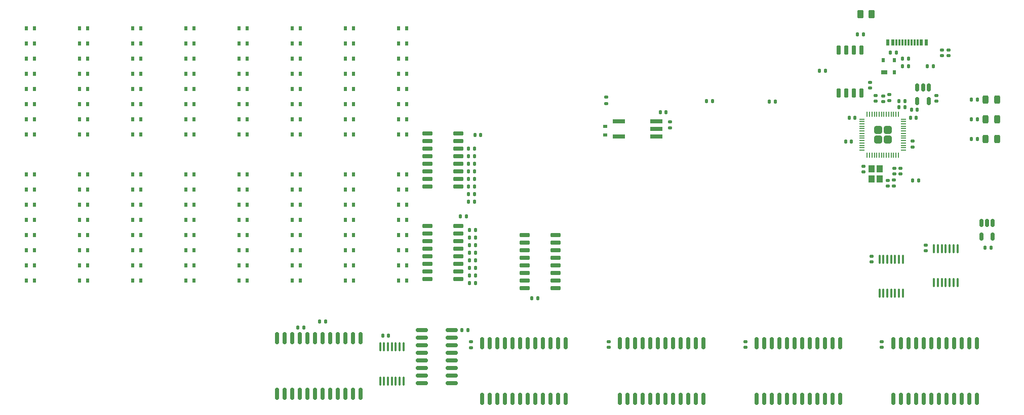
<source format=gtp>
G04 #@! TF.GenerationSoftware,KiCad,Pcbnew,6.0.9*
G04 #@! TF.CreationDate,2022-11-14T17:03:07+01:00*
G04 #@! TF.ProjectId,OpenDeck-r3.1.0,4f70656e-4465-4636-9b2d-72332e312e30,rev?*
G04 #@! TF.SameCoordinates,Original*
G04 #@! TF.FileFunction,Paste,Top*
G04 #@! TF.FilePolarity,Positive*
%FSLAX46Y46*%
G04 Gerber Fmt 4.6, Leading zero omitted, Abs format (unit mm)*
G04 Created by KiCad (PCBNEW 6.0.9) date 2022-11-14 17:03:07*
%MOMM*%
%LPD*%
G01*
G04 APERTURE LIST*
G04 Aperture macros list*
%AMRoundRect*
0 Rectangle with rounded corners*
0 $1 Rounding radius*
0 $2 $3 $4 $5 $6 $7 $8 $9 X,Y pos of 4 corners*
0 Add a 4 corners polygon primitive as box body*
4,1,4,$2,$3,$4,$5,$6,$7,$8,$9,$2,$3,0*
0 Add four circle primitives for the rounded corners*
1,1,$1+$1,$2,$3*
1,1,$1+$1,$4,$5*
1,1,$1+$1,$6,$7*
1,1,$1+$1,$8,$9*
0 Add four rect primitives between the rounded corners*
20,1,$1+$1,$2,$3,$4,$5,0*
20,1,$1+$1,$4,$5,$6,$7,0*
20,1,$1+$1,$6,$7,$8,$9,0*
20,1,$1+$1,$8,$9,$2,$3,0*%
G04 Aperture macros list end*
%ADD10R,2.000000X0.640000*%
%ADD11R,0.600000X0.700000*%
%ADD12RoundRect,0.140000X0.170000X-0.140000X0.170000X0.140000X-0.170000X0.140000X-0.170000X-0.140000X0*%
%ADD13RoundRect,0.243750X0.243750X0.456250X-0.243750X0.456250X-0.243750X-0.456250X0.243750X-0.456250X0*%
%ADD14RoundRect,0.135000X-0.135000X-0.185000X0.135000X-0.185000X0.135000X0.185000X-0.135000X0.185000X0*%
%ADD15RoundRect,0.140000X0.140000X0.170000X-0.140000X0.170000X-0.140000X-0.170000X0.140000X-0.170000X0*%
%ADD16RoundRect,0.135000X-0.185000X0.135000X-0.185000X-0.135000X0.185000X-0.135000X0.185000X0.135000X0*%
%ADD17RoundRect,0.140000X-0.140000X-0.170000X0.140000X-0.170000X0.140000X0.170000X-0.140000X0.170000X0*%
%ADD18RoundRect,0.140000X-0.170000X0.140000X-0.170000X-0.140000X0.170000X-0.140000X0.170000X0.140000X0*%
%ADD19RoundRect,0.150000X-0.150000X0.650000X-0.150000X-0.650000X0.150000X-0.650000X0.150000X0.650000X0*%
%ADD20RoundRect,0.150000X-0.725000X-0.150000X0.725000X-0.150000X0.725000X0.150000X-0.725000X0.150000X0*%
%ADD21R,1.000000X1.150000*%
%ADD22RoundRect,0.150000X-0.150000X0.512500X-0.150000X-0.512500X0.150000X-0.512500X0.150000X0.512500X0*%
%ADD23RoundRect,0.100000X0.100000X-0.637500X0.100000X0.637500X-0.100000X0.637500X-0.100000X-0.637500X0*%
%ADD24R,0.700000X0.600000*%
%ADD25RoundRect,0.135000X0.185000X-0.135000X0.185000X0.135000X-0.185000X0.135000X-0.185000X-0.135000X0*%
%ADD26RoundRect,0.150000X-0.825000X-0.150000X0.825000X-0.150000X0.825000X0.150000X-0.825000X0.150000X0*%
%ADD27RoundRect,0.150000X0.150000X-0.875000X0.150000X0.875000X-0.150000X0.875000X-0.150000X-0.875000X0*%
%ADD28RoundRect,0.135000X0.135000X0.185000X-0.135000X0.185000X-0.135000X-0.185000X0.135000X-0.185000X0*%
%ADD29RoundRect,0.249999X-0.395001X-0.395001X0.395001X-0.395001X0.395001X0.395001X-0.395001X0.395001X0*%
%ADD30RoundRect,0.050000X-0.387500X-0.050000X0.387500X-0.050000X0.387500X0.050000X-0.387500X0.050000X0*%
%ADD31RoundRect,0.050000X-0.050000X-0.387500X0.050000X-0.387500X0.050000X0.387500X-0.050000X0.387500X0*%
%ADD32R,1.000000X0.700000*%
%ADD33RoundRect,0.150000X0.725000X0.150000X-0.725000X0.150000X-0.725000X-0.150000X0.725000X-0.150000X0*%
%ADD34R,0.600000X1.140000*%
%ADD35R,0.300000X1.140000*%
%ADD36RoundRect,0.250000X-0.262500X-0.450000X0.262500X-0.450000X0.262500X0.450000X-0.262500X0.450000X0*%
G04 APERTURE END LIST*
D10*
X196150000Y-46830000D03*
X196150000Y-49370000D03*
X202450000Y-49370000D03*
X202450000Y-48100000D03*
X202450000Y-46830000D03*
D11*
X141540000Y-36322000D03*
X142940000Y-36322000D03*
X132650000Y-36322000D03*
X134050000Y-36322000D03*
X123760000Y-46482000D03*
X125160000Y-46482000D03*
X114870000Y-46482000D03*
X116270000Y-46482000D03*
D12*
X241401600Y-43329800D03*
X241401600Y-42369800D03*
D11*
X132650000Y-65913000D03*
X134050000Y-65913000D03*
D13*
X259382500Y-43180000D03*
X257507500Y-43180000D03*
D14*
X171194000Y-68834000D03*
X172214000Y-68834000D03*
D11*
X141540000Y-31242000D03*
X142940000Y-31242000D03*
X105980000Y-46482000D03*
X107380000Y-46482000D03*
X159320000Y-33782000D03*
X160720000Y-33782000D03*
D14*
X171194000Y-67564000D03*
X172214000Y-67564000D03*
X171067000Y-59065640D03*
X172087000Y-59065640D03*
D12*
X243225000Y-55630000D03*
X243225000Y-54670000D03*
D11*
X159320000Y-38862000D03*
X160720000Y-38862000D03*
D15*
X235633200Y-46228000D03*
X234673200Y-46228000D03*
D11*
X123760000Y-36322000D03*
X125160000Y-36322000D03*
D14*
X171067000Y-57795640D03*
X172087000Y-57795640D03*
D11*
X97090000Y-73533000D03*
X98490000Y-73533000D03*
D16*
X204700000Y-46890000D03*
X204700000Y-47910000D03*
D11*
X105980000Y-31242000D03*
X107380000Y-31242000D03*
X105980000Y-70993000D03*
X107380000Y-70993000D03*
X97090000Y-70993000D03*
X98490000Y-70993000D03*
X159320000Y-65913000D03*
X160720000Y-65913000D03*
X105980000Y-43942000D03*
X107380000Y-43942000D03*
X105980000Y-36322000D03*
X107380000Y-36322000D03*
D12*
X250190000Y-35836800D03*
X250190000Y-34876800D03*
D11*
X132650000Y-41402000D03*
X134050000Y-41402000D03*
D14*
X171067000Y-53985640D03*
X172087000Y-53985640D03*
D11*
X123760000Y-33782000D03*
X125160000Y-33782000D03*
D12*
X238201200Y-41272400D03*
X238201200Y-40312400D03*
D17*
X243029800Y-44475400D03*
X243989800Y-44475400D03*
D11*
X150430000Y-68453000D03*
X151830000Y-68453000D03*
D15*
X173073000Y-49159640D03*
X172113000Y-49159640D03*
D18*
X249250000Y-42495000D03*
X249250000Y-43455000D03*
D14*
X247775000Y-37592000D03*
X248795000Y-37592000D03*
D11*
X132650000Y-58293000D03*
X134050000Y-58293000D03*
D14*
X171067000Y-55255640D03*
X172087000Y-55255640D03*
D11*
X132650000Y-55753000D03*
X134050000Y-55753000D03*
D14*
X171067000Y-52715640D03*
X172087000Y-52715640D03*
D11*
X150430000Y-36322000D03*
X151830000Y-36322000D03*
X97090000Y-49022000D03*
X98490000Y-49022000D03*
X97090000Y-31242000D03*
X98490000Y-31242000D03*
D15*
X235074400Y-50190400D03*
X234114400Y-50190400D03*
D11*
X114870000Y-70993000D03*
X116270000Y-70993000D03*
D14*
X171194000Y-70104000D03*
X172214000Y-70104000D03*
D19*
X236728000Y-34881000D03*
X235458000Y-34881000D03*
X234188000Y-34881000D03*
X232918000Y-34881000D03*
X232918000Y-42081000D03*
X234188000Y-42081000D03*
X235458000Y-42081000D03*
X236728000Y-42081000D03*
D15*
X243989800Y-43484800D03*
X243029800Y-43484800D03*
D11*
X97090000Y-41402000D03*
X98490000Y-41402000D03*
X159320000Y-63373000D03*
X160720000Y-63373000D03*
D13*
X259382500Y-49784000D03*
X257507500Y-49784000D03*
D11*
X105980000Y-73533000D03*
X107380000Y-73533000D03*
X114870000Y-73533000D03*
X116270000Y-73533000D03*
X123760000Y-60833000D03*
X125160000Y-60833000D03*
X159320000Y-60833000D03*
X160720000Y-60833000D03*
D20*
X164176000Y-64389000D03*
X164176000Y-65659000D03*
X164176000Y-66929000D03*
X164176000Y-68199000D03*
X164176000Y-69469000D03*
X164176000Y-70739000D03*
X164176000Y-72009000D03*
X164176000Y-73279000D03*
X169326000Y-73279000D03*
X169326000Y-72009000D03*
X169326000Y-70739000D03*
X169326000Y-69469000D03*
X169326000Y-68199000D03*
X169326000Y-66929000D03*
X169326000Y-65659000D03*
X169326000Y-64389000D03*
D14*
X171067000Y-51445640D03*
X172087000Y-51445640D03*
D21*
X238415600Y-54775000D03*
X238415600Y-56525000D03*
X239815600Y-56525000D03*
X239815600Y-54775000D03*
D11*
X150430000Y-41402000D03*
X151830000Y-41402000D03*
X123760000Y-55753000D03*
X125160000Y-55753000D03*
D22*
X258699000Y-63825250D03*
X257749000Y-63825250D03*
X256799000Y-63825250D03*
X256799000Y-66100250D03*
X258699000Y-66100250D03*
D18*
X245313200Y-50167600D03*
X245313200Y-51127600D03*
D15*
X182598000Y-76454000D03*
X181638000Y-76454000D03*
D12*
X238404400Y-70380800D03*
X238404400Y-69420800D03*
D23*
X248875000Y-73855500D03*
X249525000Y-73855500D03*
X250175000Y-73855500D03*
X250825000Y-73855500D03*
X251475000Y-73855500D03*
X252125000Y-73855500D03*
X252775000Y-73855500D03*
X252775000Y-68130500D03*
X252125000Y-68130500D03*
X251475000Y-68130500D03*
X250825000Y-68130500D03*
X250175000Y-68130500D03*
X249525000Y-68130500D03*
X248875000Y-68130500D03*
D11*
X105980000Y-33782000D03*
X107380000Y-33782000D03*
D15*
X157676000Y-82765916D03*
X156716000Y-82765916D03*
D11*
X123760000Y-41402000D03*
X125160000Y-41402000D03*
D14*
X171194000Y-66294000D03*
X172214000Y-66294000D03*
D11*
X132650000Y-73533000D03*
X134050000Y-73533000D03*
D23*
X239756400Y-75658900D03*
X240406400Y-75658900D03*
X241056400Y-75658900D03*
X241706400Y-75658900D03*
X242356400Y-75658900D03*
X243006400Y-75658900D03*
X243656400Y-75658900D03*
X243656400Y-69933900D03*
X243006400Y-69933900D03*
X242356400Y-69933900D03*
X241706400Y-69933900D03*
X241056400Y-69933900D03*
X240406400Y-69933900D03*
X239756400Y-69933900D03*
D14*
X171194000Y-73914000D03*
X172214000Y-73914000D03*
D13*
X259382500Y-46482000D03*
X257507500Y-46482000D03*
D11*
X114870000Y-65913000D03*
X116270000Y-65913000D03*
X159320000Y-41402000D03*
X160720000Y-41402000D03*
D24*
X193929000Y-47687000D03*
X193929000Y-49087000D03*
D14*
X171194000Y-71374000D03*
X172214000Y-71374000D03*
D23*
X156262000Y-90327416D03*
X156912000Y-90327416D03*
X157562000Y-90327416D03*
X158212000Y-90327416D03*
X158862000Y-90327416D03*
X159512000Y-90327416D03*
X160162000Y-90327416D03*
X160162000Y-84602416D03*
X159512000Y-84602416D03*
X158862000Y-84602416D03*
X158212000Y-84602416D03*
X157562000Y-84602416D03*
X156912000Y-84602416D03*
X156262000Y-84602416D03*
D11*
X97090000Y-63373000D03*
X98490000Y-63373000D03*
D25*
X242150000Y-57710800D03*
X242150000Y-56690800D03*
D11*
X150430000Y-60833000D03*
X151830000Y-60833000D03*
X105980000Y-38862000D03*
X107380000Y-38862000D03*
X150430000Y-58293000D03*
X151830000Y-58293000D03*
X159320000Y-58293000D03*
X160720000Y-58293000D03*
X114870000Y-33782000D03*
X116270000Y-33782000D03*
X159320000Y-36322000D03*
X160720000Y-36322000D03*
X123760000Y-43942000D03*
X125160000Y-43942000D03*
D26*
X163250000Y-81805000D03*
X163250000Y-83075000D03*
X163250000Y-84345000D03*
X163250000Y-85615000D03*
X163250000Y-86885000D03*
X163250000Y-88155000D03*
X163250000Y-89425000D03*
X163250000Y-90695000D03*
X168200000Y-90695000D03*
X168200000Y-89425000D03*
X168200000Y-88155000D03*
X168200000Y-86885000D03*
X168200000Y-85615000D03*
X168200000Y-84345000D03*
X168200000Y-83075000D03*
X168200000Y-81805000D03*
D11*
X105980000Y-63373000D03*
X107380000Y-63373000D03*
X132650000Y-43942000D03*
X134050000Y-43942000D03*
X159320000Y-55753000D03*
X160720000Y-55753000D03*
D27*
X242062000Y-93330000D03*
X243332000Y-93330000D03*
X244602000Y-93330000D03*
X245872000Y-93330000D03*
X247142000Y-93330000D03*
X248412000Y-93330000D03*
X249682000Y-93330000D03*
X250952000Y-93330000D03*
X252222000Y-93330000D03*
X253492000Y-93330000D03*
X254762000Y-93330000D03*
X256032000Y-93330000D03*
X256032000Y-84030000D03*
X254762000Y-84030000D03*
X253492000Y-84030000D03*
X252222000Y-84030000D03*
X250952000Y-84030000D03*
X249682000Y-84030000D03*
X248412000Y-84030000D03*
X247142000Y-84030000D03*
X245872000Y-84030000D03*
X244602000Y-84030000D03*
X243332000Y-84030000D03*
X242062000Y-84030000D03*
X139035000Y-92495916D03*
X140305000Y-92495916D03*
X141575000Y-92495916D03*
X142845000Y-92495916D03*
X144115000Y-92495916D03*
X145385000Y-92495916D03*
X146655000Y-92495916D03*
X147925000Y-92495916D03*
X149195000Y-92495916D03*
X150465000Y-92495916D03*
X151735000Y-92495916D03*
X153005000Y-92495916D03*
X153005000Y-83195916D03*
X151735000Y-83195916D03*
X150465000Y-83195916D03*
X149195000Y-83195916D03*
X147925000Y-83195916D03*
X146655000Y-83195916D03*
X145385000Y-83195916D03*
X144115000Y-83195916D03*
X142845000Y-83195916D03*
X141575000Y-83195916D03*
X140305000Y-83195916D03*
X139035000Y-83195916D03*
D11*
X141540000Y-38862000D03*
X142940000Y-38862000D03*
X114870000Y-68453000D03*
X116270000Y-68453000D03*
D14*
X221352000Y-43520000D03*
X222372000Y-43520000D03*
D28*
X246260000Y-56775000D03*
X245240000Y-56775000D03*
D12*
X240157000Y-84715000D03*
X240157000Y-83755000D03*
D11*
X114870000Y-31242000D03*
X116270000Y-31242000D03*
X150430000Y-31242000D03*
X151830000Y-31242000D03*
X114870000Y-55753000D03*
X116270000Y-55753000D03*
X105980000Y-55753000D03*
X107380000Y-55753000D03*
D12*
X247446800Y-68501200D03*
X247446800Y-67541200D03*
D11*
X132650000Y-70993000D03*
X134050000Y-70993000D03*
D27*
X196347000Y-93330000D03*
X197617000Y-93330000D03*
X198887000Y-93330000D03*
X200157000Y-93330000D03*
X201427000Y-93330000D03*
X202697000Y-93330000D03*
X203967000Y-93330000D03*
X205237000Y-93330000D03*
X206507000Y-93330000D03*
X207777000Y-93330000D03*
X209047000Y-93330000D03*
X210317000Y-93330000D03*
X210317000Y-84030000D03*
X209047000Y-84030000D03*
X207777000Y-84030000D03*
X206507000Y-84030000D03*
X205237000Y-84030000D03*
X203967000Y-84030000D03*
X202697000Y-84030000D03*
X201427000Y-84030000D03*
X200157000Y-84030000D03*
X198887000Y-84030000D03*
X197617000Y-84030000D03*
X196347000Y-84030000D03*
D11*
X150430000Y-38862000D03*
X151830000Y-38862000D03*
X114870000Y-38862000D03*
X116270000Y-38862000D03*
D29*
X241092500Y-48257000D03*
X239492500Y-49857000D03*
X241092500Y-49857000D03*
X239492500Y-48257000D03*
D30*
X236855000Y-46457000D03*
X236855000Y-46857000D03*
X236855000Y-47257000D03*
X236855000Y-47657000D03*
X236855000Y-48057000D03*
X236855000Y-48457000D03*
X236855000Y-48857000D03*
X236855000Y-49257000D03*
X236855000Y-49657000D03*
X236855000Y-50057000D03*
X236855000Y-50457000D03*
X236855000Y-50857000D03*
X236855000Y-51257000D03*
X236855000Y-51657000D03*
D31*
X237692500Y-52494500D03*
X238092500Y-52494500D03*
X238492500Y-52494500D03*
X238892500Y-52494500D03*
X239292500Y-52494500D03*
X239692500Y-52494500D03*
X240092500Y-52494500D03*
X240492500Y-52494500D03*
X240892500Y-52494500D03*
X241292500Y-52494500D03*
X241692500Y-52494500D03*
X242092500Y-52494500D03*
X242492500Y-52494500D03*
X242892500Y-52494500D03*
D30*
X243730000Y-51657000D03*
X243730000Y-51257000D03*
X243730000Y-50857000D03*
X243730000Y-50457000D03*
X243730000Y-50057000D03*
X243730000Y-49657000D03*
X243730000Y-49257000D03*
X243730000Y-48857000D03*
X243730000Y-48457000D03*
X243730000Y-48057000D03*
X243730000Y-47657000D03*
X243730000Y-47257000D03*
X243730000Y-46857000D03*
X243730000Y-46457000D03*
D31*
X242892500Y-45619500D03*
X242492500Y-45619500D03*
X242092500Y-45619500D03*
X241692500Y-45619500D03*
X241292500Y-45619500D03*
X240892500Y-45619500D03*
X240492500Y-45619500D03*
X240092500Y-45619500D03*
X239692500Y-45619500D03*
X239292500Y-45619500D03*
X238892500Y-45619500D03*
X238492500Y-45619500D03*
X238092500Y-45619500D03*
X237692500Y-45619500D03*
D11*
X141540000Y-49022000D03*
X142940000Y-49022000D03*
D18*
X241150000Y-56746200D03*
X241150000Y-57706200D03*
D11*
X141540000Y-41402000D03*
X142940000Y-41402000D03*
D32*
X240550000Y-38592000D03*
D11*
X242250000Y-38592000D03*
X242250000Y-36592000D03*
X240350000Y-36592000D03*
X132650000Y-60833000D03*
X134050000Y-60833000D03*
X150430000Y-73533000D03*
X151830000Y-73533000D03*
X123760000Y-31242000D03*
X125160000Y-31242000D03*
D27*
X219207000Y-93330000D03*
X220477000Y-93330000D03*
X221747000Y-93330000D03*
X223017000Y-93330000D03*
X224287000Y-93330000D03*
X225557000Y-93330000D03*
X226827000Y-93330000D03*
X228097000Y-93330000D03*
X229367000Y-93330000D03*
X230637000Y-93330000D03*
X231907000Y-93330000D03*
X233177000Y-93330000D03*
X233177000Y-84030000D03*
X231907000Y-84030000D03*
X230637000Y-84030000D03*
X229367000Y-84030000D03*
X228097000Y-84030000D03*
X226827000Y-84030000D03*
X225557000Y-84030000D03*
X224287000Y-84030000D03*
X223017000Y-84030000D03*
X221747000Y-84030000D03*
X220477000Y-84030000D03*
X219207000Y-84030000D03*
D22*
X247975000Y-41178900D03*
X247025000Y-41178900D03*
X246075000Y-41178900D03*
X246075000Y-43453900D03*
X247975000Y-43453900D03*
D11*
X159320000Y-46482000D03*
X160720000Y-46482000D03*
X141540000Y-70993000D03*
X142940000Y-70993000D03*
X114870000Y-49022000D03*
X116270000Y-49022000D03*
X97090000Y-46482000D03*
X98490000Y-46482000D03*
D15*
X204080000Y-45300000D03*
X203120000Y-45300000D03*
D12*
X240411000Y-43533000D03*
X240411000Y-42573000D03*
D18*
X242225000Y-54670000D03*
X242225000Y-55630000D03*
D20*
X164176000Y-48905640D03*
X164176000Y-50175640D03*
X164176000Y-51445640D03*
X164176000Y-52715640D03*
X164176000Y-53985640D03*
X164176000Y-55255640D03*
X164176000Y-56525640D03*
X164176000Y-57795640D03*
X169326000Y-57795640D03*
X169326000Y-56525640D03*
X169326000Y-55255640D03*
X169326000Y-53985640D03*
X169326000Y-52715640D03*
X169326000Y-51445640D03*
X169326000Y-50175640D03*
X169326000Y-48905640D03*
D11*
X132650000Y-68453000D03*
X134050000Y-68453000D03*
X97090000Y-60833000D03*
X98490000Y-60833000D03*
X132650000Y-38862000D03*
X134050000Y-38862000D03*
D17*
X244934800Y-46228000D03*
X245894800Y-46228000D03*
D11*
X141540000Y-33782000D03*
X142940000Y-33782000D03*
X123760000Y-49022000D03*
X125160000Y-49022000D03*
X141540000Y-46482000D03*
X142940000Y-46482000D03*
D14*
X243584000Y-36322000D03*
X244604000Y-36322000D03*
D27*
X173355000Y-93345000D03*
X174625000Y-93345000D03*
X175895000Y-93345000D03*
X177165000Y-93345000D03*
X178435000Y-93345000D03*
X179705000Y-93345000D03*
X180975000Y-93345000D03*
X182245000Y-93345000D03*
X183515000Y-93345000D03*
X184785000Y-93345000D03*
X186055000Y-93345000D03*
X187325000Y-93345000D03*
X187325000Y-84045000D03*
X186055000Y-84045000D03*
X184785000Y-84045000D03*
X183515000Y-84045000D03*
X182245000Y-84045000D03*
X180975000Y-84045000D03*
X179705000Y-84045000D03*
X178435000Y-84045000D03*
X177165000Y-84045000D03*
X175895000Y-84045000D03*
X174625000Y-84045000D03*
X173355000Y-84045000D03*
D17*
X245112600Y-44881800D03*
X246072600Y-44881800D03*
D11*
X150430000Y-49022000D03*
X151830000Y-49022000D03*
D14*
X142464000Y-81353916D03*
X143484000Y-81353916D03*
D11*
X141540000Y-68453000D03*
X142940000Y-68453000D03*
D14*
X255141000Y-49784000D03*
X256161000Y-49784000D03*
D11*
X123760000Y-70993000D03*
X125160000Y-70993000D03*
X97090000Y-33782000D03*
X98490000Y-33782000D03*
X132650000Y-33782000D03*
X134050000Y-33782000D03*
X150430000Y-33782000D03*
X151830000Y-33782000D03*
D15*
X170930000Y-81800000D03*
X169970000Y-81800000D03*
D14*
X255141000Y-46482000D03*
X256161000Y-46482000D03*
D11*
X150430000Y-65913000D03*
X151830000Y-65913000D03*
X105980000Y-60833000D03*
X107380000Y-60833000D03*
X114870000Y-60833000D03*
X116270000Y-60833000D03*
X97090000Y-38862000D03*
X98490000Y-38862000D03*
D14*
X255141000Y-43180000D03*
X256161000Y-43180000D03*
D33*
X185582000Y-74803000D03*
X185582000Y-73533000D03*
X185582000Y-72263000D03*
X185582000Y-70993000D03*
X185582000Y-69723000D03*
X185582000Y-68453000D03*
X185582000Y-67183000D03*
X185582000Y-65913000D03*
X180432000Y-65913000D03*
X180432000Y-67183000D03*
X180432000Y-68453000D03*
X180432000Y-69723000D03*
X180432000Y-70993000D03*
X180432000Y-72263000D03*
X180432000Y-73533000D03*
X180432000Y-74803000D03*
D11*
X132650000Y-31242000D03*
X134050000Y-31242000D03*
X150430000Y-46482000D03*
X151830000Y-46482000D03*
D28*
X242597400Y-35306000D03*
X241577400Y-35306000D03*
D11*
X141540000Y-63373000D03*
X142940000Y-63373000D03*
D18*
X237100000Y-54370000D03*
X237100000Y-55330000D03*
D11*
X159320000Y-70993000D03*
X160720000Y-70993000D03*
X150430000Y-63373000D03*
X151830000Y-63373000D03*
X141540000Y-43942000D03*
X142940000Y-43942000D03*
D14*
X171194000Y-72644000D03*
X172214000Y-72644000D03*
D11*
X141540000Y-65913000D03*
X142940000Y-65913000D03*
X132650000Y-49022000D03*
X134050000Y-49022000D03*
X123760000Y-73533000D03*
X125160000Y-73533000D03*
X123760000Y-38862000D03*
X125160000Y-38862000D03*
X150430000Y-43942000D03*
X151830000Y-43942000D03*
X97090000Y-58293000D03*
X98490000Y-58293000D03*
X105980000Y-58293000D03*
X107380000Y-58293000D03*
X97090000Y-43942000D03*
X98490000Y-43942000D03*
X150430000Y-55753000D03*
X151830000Y-55753000D03*
D14*
X171067000Y-56525640D03*
X172087000Y-56525640D03*
D11*
X159320000Y-43942000D03*
X160720000Y-43942000D03*
X150430000Y-70993000D03*
X151830000Y-70993000D03*
X114870000Y-41402000D03*
X116270000Y-41402000D03*
D14*
X229715000Y-38400000D03*
X230735000Y-38400000D03*
D16*
X194056000Y-42810000D03*
X194056000Y-43830000D03*
D14*
X171067000Y-60335640D03*
X172087000Y-60335640D03*
D11*
X123760000Y-63373000D03*
X125160000Y-63373000D03*
X141540000Y-73533000D03*
X142940000Y-73533000D03*
D12*
X217302000Y-84715000D03*
X217302000Y-83755000D03*
D11*
X105980000Y-49022000D03*
X107380000Y-49022000D03*
D14*
X243584000Y-37592000D03*
X244604000Y-37592000D03*
D12*
X251307600Y-35836800D03*
X251307600Y-34876800D03*
D11*
X123760000Y-65913000D03*
X125160000Y-65913000D03*
X132650000Y-46482000D03*
X134050000Y-46482000D03*
X123760000Y-58293000D03*
X125160000Y-58293000D03*
D12*
X194442000Y-84715000D03*
X194442000Y-83755000D03*
D18*
X239100000Y-42495000D03*
X239100000Y-43455000D03*
D11*
X105980000Y-41402000D03*
X107380000Y-41402000D03*
X141540000Y-55753000D03*
X142940000Y-55753000D03*
D15*
X170660000Y-62738000D03*
X169700000Y-62738000D03*
D11*
X97090000Y-65913000D03*
X98490000Y-65913000D03*
X114870000Y-58293000D03*
X116270000Y-58293000D03*
X132650000Y-63373000D03*
X134050000Y-63373000D03*
D34*
X247548000Y-33604400D03*
X246748000Y-33604400D03*
D35*
X245598000Y-33604400D03*
X244598000Y-33604400D03*
X244098000Y-33604400D03*
X243098000Y-33604400D03*
D34*
X241148000Y-33604400D03*
X241948000Y-33604400D03*
D35*
X242598000Y-33604400D03*
X243598000Y-33604400D03*
X245098000Y-33604400D03*
X246098000Y-33604400D03*
D11*
X114870000Y-43942000D03*
X116270000Y-43942000D03*
D36*
X236562500Y-28875000D03*
X238387500Y-28875000D03*
D12*
X171450000Y-84730000D03*
X171450000Y-83770000D03*
D15*
X147135000Y-80337916D03*
X146175000Y-80337916D03*
D11*
X159320000Y-73533000D03*
X160720000Y-73533000D03*
X114870000Y-63373000D03*
X116270000Y-63373000D03*
D28*
X211838000Y-43434000D03*
X210818000Y-43434000D03*
D11*
X105980000Y-68453000D03*
X107380000Y-68453000D03*
X97090000Y-36322000D03*
X98490000Y-36322000D03*
X114870000Y-36322000D03*
X116270000Y-36322000D03*
X97090000Y-55753000D03*
X98490000Y-55753000D03*
D28*
X237110000Y-32275000D03*
X236090000Y-32275000D03*
D11*
X105980000Y-65913000D03*
X107380000Y-65913000D03*
X141540000Y-60833000D03*
X142940000Y-60833000D03*
X141540000Y-58293000D03*
X142940000Y-58293000D03*
X97090000Y-68453000D03*
X98490000Y-68453000D03*
D17*
X257409000Y-68016250D03*
X258369000Y-68016250D03*
D14*
X171194000Y-65024000D03*
X172214000Y-65024000D03*
D11*
X159320000Y-49022000D03*
X160720000Y-49022000D03*
X159320000Y-31242000D03*
X160720000Y-31242000D03*
X123760000Y-68453000D03*
X125160000Y-68453000D03*
X159320000Y-68453000D03*
X160720000Y-68453000D03*
M02*

</source>
